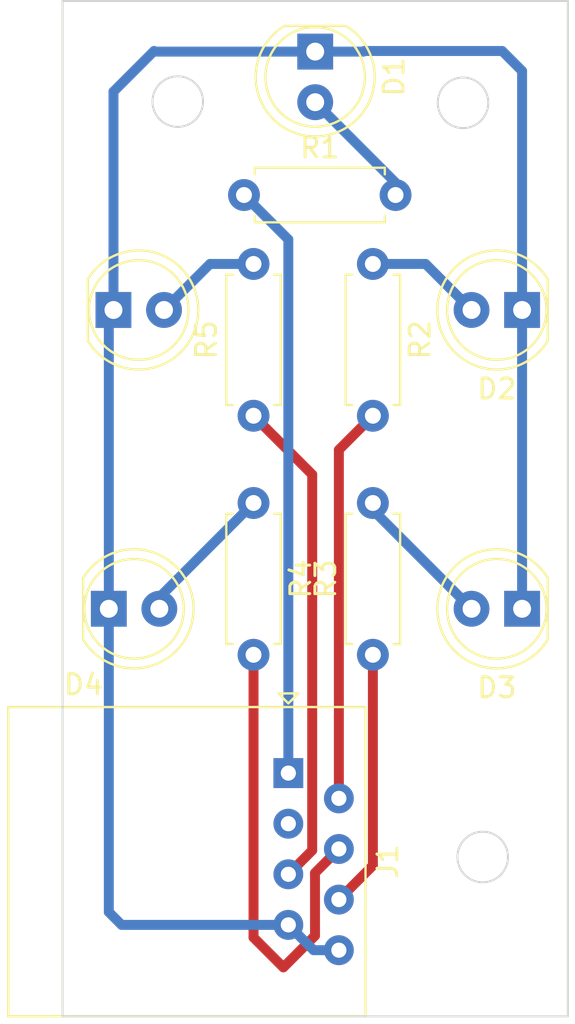
<source format=kicad_pcb>
(kicad_pcb (version 20221018) (generator pcbnew)
  (layers (0 "F.Cu" signal) (31 "B.Cu" signal) (34 "B.Paste" user) (35 "F.Paste" user) (36 "B.SilkS" user "B.Silkscreen") (37 "F.SilkS" user "F.Silkscreen") (38 "B.Mask" user) (39 "F.Mask" user) (44 "Edge.Cuts" user))
  (net 0 "")
  (net 1 "Net-(D1-A)")
  (net 2 "Net-(D2-A)")
  (net 3 "Net-(D3-A)")
  (net 4 "Net-(D4-A)")
  (net 5 "Net-(D5-A)")
  (net 6 "Net-(D1-K)")
  (net 7 "Net-(J1-Pad1)")
  (net 8 "Net-(J1-Pad2)")
  (net 10 "Net-(J1-Pad4)")
  (net 11 "Net-(J1-Pad5)")
  (net 12 "Net-(J1-Pad6)")
  (footprint "Resistor_THT:R_Axial_DIN0207_L6.3mm_D2.5mm_P7.62mm_Horizontal" (layer "F.Cu") (at 98.02 56.73)
    (fp_text reference "R1" (at 3.81 -2.37) (layer "F.SilkS"))
    (fp_text value "100")
    (fp_line (start 0.54 -1.37) (end 7.08 -1.37) (stroke (width 0.12)) (layer "F.SilkS"))
    (fp_line (start 0.54 -1.04) (end 0.54 -1.37) (stroke (width 0.12)) (layer "F.SilkS"))
    (fp_line (start 0.54 1.04) (end 0.54 1.37) (stroke (width 0.12)) (layer "F.SilkS"))
    (fp_line (start 0.54 1.37) (end 7.08 1.37) (stroke (width 0.12)) (layer "F.SilkS"))
    (fp_line (start 7.08 -1.37) (end 7.08 -1.04) (stroke (width 0.12)) (layer "F.SilkS"))
    (fp_line (start 7.08 1.37) (end 7.08 1.04) (stroke (width 0.12)) (layer "F.SilkS"))
    (pad "1" thru_hole circle (at 0 0) (size 1.6 1.6) (drill 0.8) (layers "*.Cu" "*.Mask") (net 7 "Net-(J1-Pad1)"))
    (pad "2" thru_hole oval (at 7.62 0) (size 1.6 1.6) (drill 0.8) (layers "*.Cu" "*.Mask") (net 1 "Net-(D1-A)"))
  )
  (footprint "Resistor_THT:R_Axial_DIN0207_L6.3mm_D2.5mm_P7.62mm_Horizontal" (layer "F.Cu") (at 104.5 79.81 90)
    (fp_text reference "R3" (at 3.81 -2.37 90) (layer "F.SilkS"))
    (fp_text value "100")
    (fp_line (start 0.54 -1.37) (end 7.08 -1.37) (stroke (width 0.12)) (layer "F.SilkS"))
    (fp_line (start 0.54 -1.04) (end 0.54 -1.37) (stroke (width 0.12)) (layer "F.SilkS"))
    (fp_line (start 0.54 1.04) (end 0.54 1.37) (stroke (width 0.12)) (layer "F.SilkS"))
    (fp_line (start 0.54 1.37) (end 7.08 1.37) (stroke (width 0.12)) (layer "F.SilkS"))
    (fp_line (start 7.08 -1.37) (end 7.08 -1.04) (stroke (width 0.12)) (layer "F.SilkS"))
    (fp_line (start 7.08 1.37) (end 7.08 1.04) (stroke (width 0.12)) (layer "F.SilkS"))
    (pad "1" thru_hole circle (at 0 0 90) (size 1.6 1.6) (drill 0.8) (layers "*.Cu" "*.Mask") (net 12 "Net-(J1-Pad6)"))
    (pad "2" thru_hole oval (at 7.62 0 90) (size 1.6 1.6) (drill 0.8) (layers "*.Cu" "*.Mask") (net 3 "Net-(D3-A)"))
  )
  (footprint "Resistor_THT:R_Axial_DIN0207_L6.3mm_D2.5mm_P7.62mm_Horizontal" (layer "F.Cu") (at 104.5 60.19 -90)
    (fp_text reference "R2" (at 3.81 -2.37 90) (layer "F.SilkS"))
    (fp_text value "100")
    (fp_line (start 0.54 -1.37) (end 7.08 -1.37) (stroke (width 0.12)) (layer "F.SilkS"))
    (fp_line (start 0.54 -1.04) (end 0.54 -1.37) (stroke (width 0.12)) (layer "F.SilkS"))
    (fp_line (start 0.54 1.04) (end 0.54 1.37) (stroke (width 0.12)) (layer "F.SilkS"))
    (fp_line (start 0.54 1.37) (end 7.08 1.37) (stroke (width 0.12)) (layer "F.SilkS"))
    (fp_line (start 7.08 -1.37) (end 7.08 -1.04) (stroke (width 0.12)) (layer "F.SilkS"))
    (fp_line (start 7.08 1.37) (end 7.08 1.04) (stroke (width 0.12)) (layer "F.SilkS"))
    (pad "1" thru_hole circle (at 0 0 270) (size 1.6 1.6) (drill 0.8) (layers "*.Cu" "*.Mask") (net 2 "Net-(D2-A)"))
    (pad "2" thru_hole oval (at 7.62 0 270) (size 1.6 1.6) (drill 0.8) (layers "*.Cu" "*.Mask") (net 8 "Net-(J1-Pad2)"))
  )
  (footprint "LED_THT:LED_D5.0mm_Clear" (layer "F.Cu") (at 101.6 49.53 -90)
    (fp_text reference "D1" (at 1.27 -3.96 90) (layer "F.SilkS"))
    (fp_text value "LED_red")
    (fp_line (start -1.29 -1.545) (end -1.29 1.545) (stroke (width 0.12)) (layer "F.SilkS"))
    (fp_arc (start -1.29 -1.54483) (mid 2.072002 -2.880433) (end 4.26 0.000462) (stroke (width 0.12)) (layer "F.SilkS"))
    (fp_arc (start 4.26 -0.000462) (mid 2.072002 2.880433) (end -1.29 1.54483) (stroke (width 0.12)) (layer "F.SilkS"))
    (fp_circle (center 1.27 0) (end 3.77 0) (stroke (width 0.12)) (fill none) (layer "F.SilkS"))
    (pad "1" thru_hole rect (at 0 0 270) (size 1.8 1.8) (drill 0.9) (layers "*.Cu" "*.Mask") (net 6 "Net-(D1-K)"))
    (pad "2" thru_hole circle (at 2.54 0 270) (size 1.8 1.8) (drill 0.9) (layers "*.Cu" "*.Mask") (net 1 "Net-(D1-A)"))
  )
  (footprint "Resistor_THT:R_Axial_DIN0207_L6.3mm_D2.5mm_P7.62mm_Horizontal" (layer "F.Cu") (at 98.5 72.19 -90)
    (fp_text reference "R4" (at 3.81 -2.37 90) (layer "F.SilkS"))
    (fp_text value "100")
    (fp_line (start 0.54 -1.37) (end 7.08 -1.37) (stroke (width 0.12)) (layer "F.SilkS"))
    (fp_line (start 0.54 -1.04) (end 0.54 -1.37) (stroke (width 0.12)) (layer "F.SilkS"))
    (fp_line (start 0.54 1.04) (end 0.54 1.37) (stroke (width 0.12)) (layer "F.SilkS"))
    (fp_line (start 0.54 1.37) (end 7.08 1.37) (stroke (width 0.12)) (layer "F.SilkS"))
    (fp_line (start 7.08 -1.37) (end 7.08 -1.04) (stroke (width 0.12)) (layer "F.SilkS"))
    (fp_line (start 7.08 1.37) (end 7.08 1.04) (stroke (width 0.12)) (layer "F.SilkS"))
    (pad "1" thru_hole circle (at 0 0 270) (size 1.6 1.6) (drill 0.8) (layers "*.Cu" "*.Mask") (net 4 "Net-(D4-A)"))
    (pad "2" thru_hole oval (at 7.62 0 270) (size 1.6 1.6) (drill 0.8) (layers "*.Cu" "*.Mask") (net 10 "Net-(J1-Pad4)"))
  )
  (footprint "LED_THT:LED_D5.0mm_Clear" (layer "F.Cu") (at 112 62.5 180)
    (fp_text reference "D2" (at 1.27 -3.96) (layer "F.SilkS"))
    (fp_text value "LED_yel")
    (fp_line (start -1.29 -1.545) (end -1.29 1.545) (stroke (width 0.12)) (layer "F.SilkS"))
    (fp_arc (start -1.29 -1.54483) (mid 2.072002 -2.880433) (end 4.26 0.000462) (stroke (width 0.12)) (layer "F.SilkS"))
    (fp_arc (start 4.26 -0.000462) (mid 2.072002 2.880433) (end -1.29 1.54483) (stroke (width 0.12)) (layer "F.SilkS"))
    (fp_circle (center 1.27 0) (end 3.77 0) (stroke (width 0.12)) (fill none) (layer "F.SilkS"))
    (pad "1" thru_hole rect (at 0 0 180) (size 1.8 1.8) (drill 0.9) (layers "*.Cu" "*.Mask") (net 6 "Net-(D1-K)"))
    (pad "2" thru_hole circle (at 2.54 0 180) (size 1.8 1.8) (drill 0.9) (layers "*.Cu" "*.Mask") (net 2 "Net-(D2-A)"))
  )
  (footprint "LED_THT:LED_D5.0mm_Clear" (layer "F.Cu") (at 91.46 62.5)
    (fp_text reference "D5" hide)
    (fp_text value "LED_white")
    (fp_line (start -1.29 -1.545) (end -1.29 1.545) (stroke (width 0.12)) (layer "F.SilkS"))
    (fp_arc (start -1.29 -1.54483) (mid 2.072002 -2.880433) (end 4.26 0.000462) (stroke (width 0.12)) (layer "F.SilkS"))
    (fp_arc (start 4.26 -0.000462) (mid 2.072002 2.880433) (end -1.29 1.54483) (stroke (width 0.12)) (layer "F.SilkS"))
    (fp_circle (center 1.27 0) (end 3.77 0) (stroke (width 0.12)) (fill none) (layer "F.SilkS"))
    (pad "1" thru_hole rect (at 0 0) (size 1.8 1.8) (drill 0.9) (layers "*.Cu" "*.Mask") (net 6 "Net-(D1-K)"))
    (pad "2" thru_hole circle (at 2.54 0) (size 1.8 1.8) (drill 0.9) (layers "*.Cu" "*.Mask") (net 5 "Net-(D5-A)"))
  )
  (footprint "LED_THT:LED_D5.0mm_Clear" (layer "F.Cu") (at 91.225 77.5)
    (fp_text reference "D4" (at -1.27 3.81) (layer "F.SilkS"))
    (fp_text value "LED_blue")
    (fp_line (start -1.29 -1.545) (end -1.29 1.545) (stroke (width 0.12)) (layer "F.SilkS"))
    (fp_arc (start -1.29 -1.54483) (mid 2.072002 -2.880433) (end 4.26 0.000462) (stroke (width 0.12)) (layer "F.SilkS"))
    (fp_arc (start 4.26 -0.000462) (mid 2.072002 2.880433) (end -1.29 1.54483) (stroke (width 0.12)) (layer "F.SilkS"))
    (fp_circle (center 1.27 0) (end 3.77 0) (stroke (width 0.12)) (fill none) (layer "F.SilkS"))
    (pad "1" thru_hole rect (at 0 0) (size 1.8 1.8) (drill 0.9) (layers "*.Cu" "*.Mask") (net 6 "Net-(D1-K)"))
    (pad "2" thru_hole circle (at 2.54 0) (size 1.8 1.8) (drill 0.9) (layers "*.Cu" "*.Mask") (net 4 "Net-(D4-A)"))
  )
  (footprint "Resistor_THT:R_Axial_DIN0207_L6.3mm_D2.5mm_P7.62mm_Horizontal" (layer "F.Cu") (at 98.5 67.81 90)
    (fp_text reference "R5" (at 3.81 -2.37 90) (layer "F.SilkS"))
    (fp_text value "100")
    (fp_line (start 0.54 -1.37) (end 7.08 -1.37) (stroke (width 0.12)) (layer "F.SilkS"))
    (fp_line (start 0.54 -1.04) (end 0.54 -1.37) (stroke (width 0.12)) (layer "F.SilkS"))
    (fp_line (start 0.54 1.04) (end 0.54 1.37) (stroke (width 0.12)) (layer "F.SilkS"))
    (fp_line (start 0.54 1.37) (end 7.08 1.37) (stroke (width 0.12)) (layer "F.SilkS"))
    (fp_line (start 7.08 -1.37) (end 7.08 -1.04) (stroke (width 0.12)) (layer "F.SilkS"))
    (fp_line (start 7.08 1.37) (end 7.08 1.04) (stroke (width 0.12)) (layer "F.SilkS"))
    (pad "1" thru_hole circle (at 0 0 90) (size 1.6 1.6) (drill 0.8) (layers "*.Cu" "*.Mask") (net 11 "Net-(J1-Pad5)"))
    (pad "2" thru_hole oval (at 7.62 0 90) (size 1.6 1.6) (drill 0.8) (layers "*.Cu" "*.Mask") (net 5 "Net-(D5-A)"))
  )
  (footprint "LED_THT:LED_D5.0mm_Clear" (layer "F.Cu") (at 112 77.5 180)
    (fp_text reference "D3" (at 1.27 -3.96) (layer "F.SilkS"))
    (fp_text value "LED_green")
    (fp_line (start -1.29 -1.545) (end -1.29 1.545) (stroke (width 0.12)) (layer "F.SilkS"))
    (fp_arc (start -1.29 -1.54483) (mid 2.072002 -2.880433) (end 4.26 0.000462) (stroke (width 0.12)) (layer "F.SilkS"))
    (fp_arc (start 4.26 -0.000462) (mid 2.072002 2.880433) (end -1.29 1.54483) (stroke (width 0.12)) (layer "F.SilkS"))
    (fp_circle (center 1.27 0) (end 3.77 0) (stroke (width 0.12)) (fill none) (layer "F.SilkS"))
    (pad "1" thru_hole rect (at 0 0 180) (size 1.8 1.8) (drill 0.9) (layers "*.Cu" "*.Mask") (net 6 "Net-(D1-K)"))
    (pad "2" thru_hole circle (at 2.54 0 180) (size 1.8 1.8) (drill 0.9) (layers "*.Cu" "*.Mask") (net 3 "Net-(D3-A)"))
  )
  (footprint "Connector_RJ:RJ45_Amphenol_54602-x08_Horizontal" (layer "F.Cu") (at 100.25 85.7475 -90)
    (fp_text reference "J1" (at 4.445 -5 90) (layer "F.SilkS"))
    (fp_text value "RJ45")
    (fp_line (start -4 -0.5) (end -4 0.5) (stroke (width 0.12)) (layer "F.SilkS"))
    (fp_line (start -4 0.5) (end -3.5 0) (stroke (width 0.12)) (layer "F.SilkS"))
    (fp_line (start -3.5 0) (end -4 -0.5) (stroke (width 0.12)) (layer "F.SilkS"))
    (fp_line (start -3.315 -3.88) (end -3.315 14.08) (stroke (width 0.12)) (layer "F.SilkS"))
    (fp_line (start -3.315 14.08) (end 12.205 14.08) (stroke (width 0.12)) (layer "F.SilkS"))
    (fp_line (start 12.205 -3.88) (end -3.315 -3.88) (stroke (width 0.12)) (layer "F.SilkS"))
    (fp_line (start 12.205 -3.88) (end 12.205 14.08) (stroke (width 0.12)) (layer "F.SilkS"))
    (pad "" np_thru_hole circle (at -1.27 6.35 270) (size 3.2 3.2) (drill 3.2) (layers "*.Cu" "*.Mask"))
    (pad "" np_thru_hole circle (at 10.16 6.35 270) (size 3.2 3.2) (drill 3.2) (layers "*.Cu" "*.Mask"))
    (pad "1" thru_hole rect (at 0 0 270) (size 1.5 1.5) (drill 0.76) (layers "*.Cu" "*.Mask") (net 7 "Net-(J1-Pad1)"))
    (pad "2" thru_hole circle (at 1.27 -2.54 270) (size 1.5 1.5) (drill 0.76) (layers "*.Cu" "*.Mask") (net 8 "Net-(J1-Pad2)"))
    (pad "3" thru_hole circle (at 2.54 0 270) (size 1.5 1.5) (drill 0.76) (layers "*.Cu" "*.Mask"))
    (pad "4" thru_hole circle (at 3.81 -2.54 270) (size 1.5 1.5) (drill 0.76) (layers "*.Cu" "*.Mask") (net 10 "Net-(J1-Pad4)"))
    (pad "5" thru_hole circle (at 5.08 0 270) (size 1.5 1.5) (drill 0.76) (layers "*.Cu" "*.Mask") (net 11 "Net-(J1-Pad5)"))
    (pad "6" thru_hole circle (at 6.35 -2.54 270) (size 1.5 1.5) (drill 0.76) (layers "*.Cu" "*.Mask") (net 12 "Net-(J1-Pad6)"))
    (pad "7" thru_hole circle (at 7.62 0 270) (size 1.5 1.5) (drill 0.76) (layers "*.Cu" "*.Mask") (net 6 "Net-(D1-K)"))
    (pad "8" thru_hole circle (at 8.89 -2.54 270) (size 1.5 1.5) (drill 0.76) (layers "*.Cu" "*.Mask") (net 6 "Net-(D1-K)"))
  )
  (gr_circle (center 109.03 52.1) (end 110.3 52.1) (stroke (width 0.1)) (fill none) (layer "Edge.Cuts"))
  (gr_circle (center 94.69 52.04) (end 93.42 52.04) (stroke (width 0.1)) (fill none) (layer "Edge.Cuts"))
  (gr_circle (center 110.02 89.96) (end 108.75 89.96) (stroke (width 0.1)) (fill none) (layer "Edge.Cuts"))
  (gr_rect (start 88.9 46.99) (end 114.3 97.96) (stroke (width 0.1)) (fill none) (layer "Edge.Cuts"))
  (segment (start 101.6 52.07) (end 105.64 56.11) (width 0.5) (layer "B.Cu") (net 1))
  (segment (start 105.64 56.11) (end 105.64 56.73) (width 0.5) (layer "B.Cu") (net 1))
  (segment (start 107.15 60.19) (end 109.46 62.5) (width 0.5) (layer "B.Cu") (net 2))
  (segment (start 104.5 60.19) (end 107.15 60.19) (width 0.5) (layer "B.Cu") (net 2))
  (segment (start 104.5 72.54) (end 104.5 72.19) (width 0.5) (layer "B.Cu") (net 3))
  (segment (start 109.46 77.5) (end 104.5 72.54) (width 0.5) (layer "B.Cu") (net 3))
  (segment (start 98.5 72.19) (end 93.765 76.925) (width 0.5) (layer "B.Cu") (net 4))
  (segment (start 93.765 76.925) (end 93.765 77.5) (width 0.5) (layer "B.Cu") (net 4))
  (segment (start 96.31 60.19) (end 98.5 60.19) (width 0.5) (layer "B.Cu") (net 5))
  (segment (start 94 62.5) (end 96.31 60.19) (width 0.5) (layer "B.Cu") (net 5))
  (segment (start 91.225 92.725) (end 91.225 77.5) (width 0.5) (layer "B.Cu") (net 6))
  (segment (start 111 49.5) (end 112 50.5) (width 0.5) (layer "B.Cu") (net 6))
  (segment (start 101.6 49.53) (end 104.03 49.53) (width 0.5) (layer "B.Cu") (net 6))
  (segment (start 93.53 49.53) (end 93.5 49.5) (width 0.5) (layer "B.Cu") (net 6))
  (segment (start 101.52 94.6375) (end 100.25 93.3675) (width 0.5) (layer "B.Cu") (net 6))
  (segment (start 112 50.5) (end 112 62.5) (width 0.5) (layer "B.Cu") (net 6))
  (segment (start 104.06 49.5) (end 111 49.5) (width 0.5) (layer "B.Cu") (net 6))
  (segment (start 91.8675 93.3675) (end 91.225 92.725) (width 0.5) (layer "B.Cu") (net 6))
  (segment (start 91.46 51.54) (end 91.46 62.5) (width 0.5) (layer "B.Cu") (net 6))
  (segment (start 91.225 77.5) (end 91.225 62.735) (width 0.5) (layer "B.Cu") (net 6))
  (segment (start 104.03 49.53) (end 104.06 49.5) (width 0.5) (layer "B.Cu") (net 6))
  (segment (start 102.79 94.6375) (end 101.52 94.6375) (width 0.5) (layer "B.Cu") (net 6))
  (segment (start 101.6 49.53) (end 93.53 49.53) (width 0.5) (layer "B.Cu") (net 6))
  (segment (start 93.5 49.5) (end 91.46 51.54) (width 0.5) (layer "B.Cu") (net 6))
  (segment (start 100.25 93.3675) (end 91.8675 93.3675) (width 0.5) (layer "B.Cu") (net 6))
  (segment (start 91.225 62.735) (end 91.46 62.5) (width 0.5) (layer "B.Cu") (net 6))
  (segment (start 112 62.5) (end 112 77.5) (width 0.5) (layer "B.Cu") (net 6))
  (segment (start 98.02 56.73) (end 100.25 58.96) (width 0.5) (layer "B.Cu") (net 7))
  (segment (start 100.25 58.96) (end 100.25 85.7475) (width 0.5) (layer "B.Cu") (net 7))
  (segment (start 102.79 87.0175) (end 102.79 69.52) (width 0.5) (layer "F.Cu") (net 8))
  (segment (start 102.79 69.52) (end 104.5 67.81) (width 0.5) (layer "F.Cu") (net 8))
  (segment (start 100 95.5) (end 101.59 93.91) (width 0.5) (layer "F.Cu") (net 10))
  (segment (start 101.59 90.7575) (end 102.79 89.5575) (width 0.5) (layer "F.Cu") (net 10))
  (segment (start 101.59 93.91) (end 101.59 90.7575) (width 0.5) (layer "F.Cu") (net 10))
  (segment (start 98.5 94) (end 100 95.5) (width 0.5) (layer "F.Cu") (net 10))
  (segment (start 98.5 79.81) (end 98.5 94) (width 0.5) (layer "F.Cu") (net 10))
  (segment (start 100.25 90.8275) (end 101.45 89.6275) (width 0.5) (layer "F.Cu") (net 11))
  (segment (start 101.45 70.76) (end 98.5 67.81) (width 0.5) (layer "F.Cu") (net 11))
  (segment (start 101.45 89.6275) (end 101.45 70.76) (width 0.5) (layer "F.Cu") (net 11))
  (segment (start 104.5 90.3875) (end 102.79 92.0975) (width 0.5) (layer "F.Cu") (net 12))
  (segment (start 104.5 79.81) (end 104.5 90.3875) (width 0.5) (layer "F.Cu") (net 12))
)
</source>
